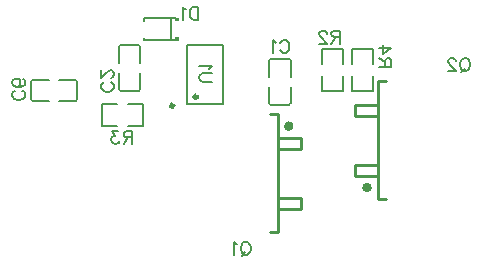
<source format=gbo>
G04 Layer: BottomSilkscreenLayer*
G04 EasyEDA v6.5.8, 2022-07-18 23:19:08*
G04 1589dfe675ed41be9403e30dc75cfddf,10*
G04 Gerber Generator version 0.2*
G04 Scale: 100 percent, Rotated: No, Reflected: No *
G04 Dimensions in millimeters *
G04 leading zeros omitted , absolute positions ,4 integer and 5 decimal *
%FSLAX45Y45*%
%MOMM*%

%ADD10C,0.1524*%
%ADD11C,0.2540*%
%ADD12C,0.4000*%
%ADD13C,0.3000*%

%LPD*%
D10*
X2172914Y-2051641D02*
G01*
X2183328Y-2056721D01*
X2193742Y-2067135D01*
X2199076Y-2077549D01*
X2204156Y-2093297D01*
X2204156Y-2119205D01*
X2199076Y-2134699D01*
X2193742Y-2145113D01*
X2183328Y-2155527D01*
X2172914Y-2160607D01*
X2152086Y-2160607D01*
X2141926Y-2155527D01*
X2131512Y-2145113D01*
X2126178Y-2134699D01*
X2121098Y-2119205D01*
X2121098Y-2093297D01*
X2126178Y-2077549D01*
X2131512Y-2067135D01*
X2141926Y-2056721D01*
X2152086Y-2051641D01*
X2172914Y-2051641D01*
X2157420Y-2140033D02*
G01*
X2126178Y-2171021D01*
X2086808Y-2072469D02*
G01*
X2076394Y-2067135D01*
X2060646Y-2051641D01*
X2060646Y-2160607D01*
X4029776Y-496978D02*
G01*
X4040190Y-502058D01*
X4050604Y-512472D01*
X4055938Y-522886D01*
X4061018Y-538634D01*
X4061018Y-564542D01*
X4055938Y-580036D01*
X4050604Y-590450D01*
X4040190Y-600864D01*
X4029776Y-605944D01*
X4008948Y-605944D01*
X3998788Y-600864D01*
X3988374Y-590450D01*
X3983040Y-580036D01*
X3977960Y-564542D01*
X3977960Y-538634D01*
X3983040Y-522886D01*
X3988374Y-512472D01*
X3998788Y-502058D01*
X4008948Y-496978D01*
X4029776Y-496978D01*
X4014282Y-585370D02*
G01*
X3983040Y-616358D01*
X3938336Y-522886D02*
G01*
X3938336Y-517806D01*
X3933256Y-507392D01*
X3927922Y-502058D01*
X3917508Y-496978D01*
X3896934Y-496978D01*
X3886520Y-502058D01*
X3881186Y-507392D01*
X3876106Y-517806D01*
X3876106Y-528220D01*
X3881186Y-538634D01*
X3891600Y-554128D01*
X3943670Y-605944D01*
X3870772Y-605944D01*
X2452024Y-370591D02*
G01*
X2457358Y-360177D01*
X2467772Y-349763D01*
X2477932Y-344683D01*
X2498760Y-344683D01*
X2509174Y-349763D01*
X2519588Y-360177D01*
X2524922Y-370591D01*
X2530002Y-386339D01*
X2530002Y-412247D01*
X2524922Y-427741D01*
X2519588Y-438155D01*
X2509174Y-448569D01*
X2498760Y-453649D01*
X2477932Y-453649D01*
X2467772Y-448569D01*
X2457358Y-438155D01*
X2452024Y-427741D01*
X2417734Y-365511D02*
G01*
X2407320Y-360177D01*
X2391826Y-344683D01*
X2391826Y-453649D01*
X1019408Y-702022D02*
G01*
X1029822Y-707356D01*
X1040236Y-717770D01*
X1045316Y-727930D01*
X1045316Y-748758D01*
X1040236Y-759172D01*
X1029822Y-769586D01*
X1019408Y-774920D01*
X1003660Y-780000D01*
X977752Y-780000D01*
X962258Y-774920D01*
X951844Y-769586D01*
X941430Y-759172D01*
X936350Y-748758D01*
X936350Y-727930D01*
X941430Y-717770D01*
X951844Y-707356D01*
X962258Y-702022D01*
X1019408Y-662652D02*
G01*
X1024488Y-662652D01*
X1034902Y-657318D01*
X1040236Y-652238D01*
X1045316Y-641824D01*
X1045316Y-620996D01*
X1040236Y-610582D01*
X1034902Y-605502D01*
X1024488Y-600168D01*
X1014074Y-600168D01*
X1003660Y-605502D01*
X988166Y-615916D01*
X936350Y-667732D01*
X936350Y-595088D01*
X269417Y-772012D02*
G01*
X279831Y-777346D01*
X290245Y-787760D01*
X295325Y-797920D01*
X295325Y-818748D01*
X290245Y-829162D01*
X279831Y-839576D01*
X269417Y-844910D01*
X253669Y-849990D01*
X227761Y-849990D01*
X212267Y-844910D01*
X201853Y-839576D01*
X191439Y-829162D01*
X186359Y-818748D01*
X186359Y-797920D01*
X191439Y-787760D01*
X201853Y-777346D01*
X212267Y-772012D01*
X279831Y-675492D02*
G01*
X290245Y-680572D01*
X295325Y-696320D01*
X295325Y-706480D01*
X290245Y-722228D01*
X274497Y-732642D01*
X248589Y-737722D01*
X222681Y-737722D01*
X201853Y-732642D01*
X191439Y-722228D01*
X186359Y-706480D01*
X186359Y-701400D01*
X191439Y-685906D01*
X201853Y-675492D01*
X217347Y-670158D01*
X222681Y-670158D01*
X238175Y-675492D01*
X248589Y-685906D01*
X253669Y-701400D01*
X253669Y-706480D01*
X248589Y-722228D01*
X238175Y-732642D01*
X222681Y-737722D01*
X1760220Y-62484D02*
G01*
X1760220Y-171450D01*
X1760220Y-62484D02*
G01*
X1723897Y-62484D01*
X1708150Y-67563D01*
X1697989Y-77978D01*
X1692655Y-88392D01*
X1687575Y-104139D01*
X1687575Y-130047D01*
X1692655Y-145542D01*
X1697989Y-155955D01*
X1708150Y-166370D01*
X1723897Y-171450D01*
X1760220Y-171450D01*
X1653286Y-83312D02*
G01*
X1642871Y-77978D01*
X1627123Y-62484D01*
X1627123Y-171450D01*
X2960001Y-264683D02*
G01*
X2960001Y-373649D01*
X2960001Y-264683D02*
G01*
X2913265Y-264683D01*
X2897771Y-269763D01*
X2892437Y-275097D01*
X2887357Y-285511D01*
X2887357Y-295925D01*
X2892437Y-306339D01*
X2897771Y-311419D01*
X2913265Y-316499D01*
X2960001Y-316499D01*
X2923679Y-316499D02*
G01*
X2887357Y-373649D01*
X2847733Y-290591D02*
G01*
X2847733Y-285511D01*
X2842653Y-275097D01*
X2837319Y-269763D01*
X2826905Y-264683D01*
X2806331Y-264683D01*
X2795917Y-269763D01*
X2790583Y-275097D01*
X2785503Y-285511D01*
X2785503Y-295925D01*
X2790583Y-306339D01*
X2800997Y-321833D01*
X2853067Y-373649D01*
X2780169Y-373649D01*
X1200002Y-1114673D02*
G01*
X1200002Y-1223639D01*
X1200002Y-1114673D02*
G01*
X1153266Y-1114673D01*
X1137772Y-1119753D01*
X1132438Y-1125087D01*
X1127358Y-1135501D01*
X1127358Y-1145915D01*
X1132438Y-1156329D01*
X1137772Y-1161409D01*
X1153266Y-1166489D01*
X1200002Y-1166489D01*
X1163680Y-1166489D02*
G01*
X1127358Y-1223639D01*
X1082654Y-1114673D02*
G01*
X1025504Y-1114673D01*
X1056492Y-1156329D01*
X1040998Y-1156329D01*
X1030584Y-1161409D01*
X1025504Y-1166489D01*
X1020170Y-1182237D01*
X1020170Y-1192651D01*
X1025504Y-1208145D01*
X1035918Y-1218559D01*
X1051412Y-1223639D01*
X1066906Y-1223639D01*
X1082654Y-1218559D01*
X1087734Y-1213479D01*
X1093068Y-1203065D01*
X3395317Y-570001D02*
G01*
X3286351Y-570001D01*
X3395317Y-570001D02*
G01*
X3395317Y-523265D01*
X3390237Y-507771D01*
X3384903Y-502437D01*
X3374489Y-497357D01*
X3364075Y-497357D01*
X3353661Y-502437D01*
X3348581Y-507771D01*
X3343501Y-523265D01*
X3343501Y-570001D01*
X3343501Y-533679D02*
G01*
X3286351Y-497357D01*
X3395317Y-410997D02*
G01*
X3322673Y-463067D01*
X3322673Y-385089D01*
X3395317Y-410997D02*
G01*
X3286351Y-410997D01*
X1875317Y-700001D02*
G01*
X1797339Y-700001D01*
X1781845Y-694921D01*
X1771431Y-684507D01*
X1766351Y-668759D01*
X1766351Y-658345D01*
X1771431Y-642851D01*
X1781845Y-632437D01*
X1797339Y-627357D01*
X1875317Y-627357D01*
X1854489Y-593067D02*
G01*
X1859823Y-582653D01*
X1875317Y-566905D01*
X1766351Y-566905D01*
G36*
X1565097Y-153771D02*
G01*
X1565097Y-185775D01*
X1595577Y-185775D01*
X1595577Y-153771D01*
G37*
G36*
X1565097Y-322224D02*
G01*
X1565097Y-354228D01*
X1595577Y-354228D01*
X1595577Y-322224D01*
G37*
D11*
X2436129Y-1681200D02*
G01*
X2626121Y-1681200D01*
X2626121Y-1771197D01*
X2436129Y-1771197D01*
X2366124Y-1973201D02*
G01*
X2436129Y-1973201D01*
X2436129Y-973201D01*
X2366124Y-973201D01*
X2436129Y-1173200D02*
G01*
X2626121Y-1173200D01*
X2626121Y-1263197D01*
X2436129Y-1263197D01*
X3278870Y-985799D02*
G01*
X3088878Y-985799D01*
X3088878Y-895802D01*
X3278870Y-895802D01*
X3348875Y-693798D02*
G01*
X3278870Y-693798D01*
X3278870Y-1693798D01*
X3348875Y-1693798D01*
X3278870Y-1493799D02*
G01*
X3088878Y-1493799D01*
X3088878Y-1403802D01*
X3278870Y-1403802D01*
D10*
X2360739Y-879619D02*
G01*
X2360739Y-738619D01*
X2541460Y-738619D02*
G01*
X2541460Y-879619D01*
X2526220Y-894859D02*
G01*
X2375979Y-894859D01*
X2360739Y-517380D02*
G01*
X2360739Y-658380D01*
X2541460Y-658380D02*
G01*
X2541460Y-517380D01*
X2526220Y-502140D02*
G01*
X2375979Y-502140D01*
X1089639Y-761121D02*
G01*
X1089639Y-620120D01*
X1270360Y-620120D02*
G01*
X1270360Y-761121D01*
X1255120Y-776361D02*
G01*
X1104879Y-776361D01*
X1089639Y-398881D02*
G01*
X1089639Y-539882D01*
X1270360Y-539882D02*
G01*
X1270360Y-398881D01*
X1255120Y-383641D02*
G01*
X1104879Y-383641D01*
X721121Y-860361D02*
G01*
X580120Y-860361D01*
X580120Y-679640D02*
G01*
X721121Y-679640D01*
X736361Y-694880D02*
G01*
X736361Y-845121D01*
X358881Y-860361D02*
G01*
X499882Y-860361D01*
X499882Y-679640D02*
G01*
X358881Y-679640D01*
X343641Y-694880D02*
G01*
X343641Y-845121D01*
X1572722Y-346623D02*
G01*
X1297477Y-346623D01*
X1572722Y-161376D02*
G01*
X1297477Y-161376D01*
X1297477Y-161376D02*
G01*
X1297477Y-180680D01*
X1297477Y-346623D02*
G01*
X1297477Y-327319D01*
X1526778Y-166377D02*
G01*
X1526778Y-341622D01*
X2987309Y-644519D02*
G01*
X2987309Y-773013D01*
X2803890Y-773013D01*
X2803890Y-644519D01*
X2987309Y-549280D02*
G01*
X2987309Y-420786D01*
X2803890Y-420786D01*
X2803890Y-549280D01*
X1165219Y-886190D02*
G01*
X1293713Y-886190D01*
X1293713Y-1069609D01*
X1165219Y-1069609D01*
X1069980Y-886190D02*
G01*
X941486Y-886190D01*
X941486Y-1069609D01*
X1069980Y-1069609D01*
X3241309Y-644519D02*
G01*
X3241309Y-773013D01*
X3057890Y-773013D01*
X3057890Y-644519D01*
X3241309Y-549280D02*
G01*
X3241309Y-420786D01*
X3057890Y-420786D01*
X3057890Y-549280D01*
X1663959Y-887620D02*
G01*
X1968240Y-887620D01*
X1968240Y-382379D01*
X1663959Y-382379D01*
X1663959Y-887620D01*
D12*
G75*
G01*
X2526144Y-1093216D02*
G02*
X2526398Y-1093216I127J20000D01*
G75*
G01*
X3188856Y-1573784D02*
G02*
X3188602Y-1573784I-127J-20000D01*
D10*
G75*
G01*
X2541460Y-879620D02*
G02*
X2526220Y-894860I-15240J0D01*
G75*
G01*
X2375979Y-894860D02*
G02*
X2360740Y-879620I0J15240D01*
G75*
G01*
X2541460Y-517380D02*
G03*
X2526220Y-502140I-15240J0D01*
G75*
G01*
X2375979Y-502140D02*
G03*
X2360740Y-517380I0J-15240D01*
G75*
G01*
X1270361Y-761121D02*
G02*
X1255121Y-776361I-15240J0D01*
G75*
G01*
X1104880Y-776361D02*
G02*
X1089640Y-761121I0J15240D01*
G75*
G01*
X1270361Y-398882D02*
G03*
X1255121Y-383642I-15240J0D01*
G75*
G01*
X1104880Y-383642D02*
G03*
X1089640Y-398882I0J-15240D01*
G75*
G01*
X721121Y-679641D02*
G02*
X736361Y-694881I0J-15240D01*
G75*
G01*
X736361Y-845122D02*
G02*
X721121Y-860361I-15240J1D01*
G75*
G01*
X358882Y-679641D02*
G03*
X343642Y-694881I0J-15240D01*
G75*
G01*
X343642Y-845122D02*
G03*
X358882Y-860361I15240J1D01*
D13*
G75*
G01
X1754200Y-825500D02*
G03X1754200Y-825500I-15011J0D01*
G75*
G01
X1553870Y-900151D02*
G03X1553870Y-900151I-15011J0D01*
M02*

</source>
